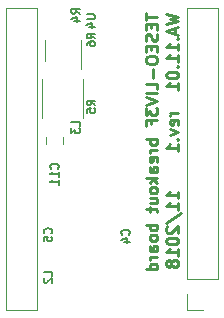
<source format=gbo>
G04 #@! TF.GenerationSoftware,KiCad,Pcbnew,(5.0.1)-3*
G04 #@! TF.CreationDate,2018-11-05T23:25:50+01:00*
G04 #@! TF.ProjectId,project,70726F6A6563742E6B696361645F7063,rev?*
G04 #@! TF.SameCoordinates,Original*
G04 #@! TF.FileFunction,Legend,Bot*
G04 #@! TF.FilePolarity,Positive*
%FSLAX46Y46*%
G04 Gerber Fmt 4.6, Leading zero omitted, Abs format (unit mm)*
G04 Created by KiCad (PCBNEW (5.0.1)-3) date 11/05/18 23:25:50*
%MOMM*%
%LPD*%
G01*
G04 APERTURE LIST*
%ADD10C,0.250000*%
%ADD11C,0.120000*%
%ADD12C,0.150000*%
G04 APERTURE END LIST*
D10*
X135686580Y-61370138D02*
X135686580Y-61941566D01*
X136686580Y-61655852D02*
X135686580Y-61655852D01*
X136162771Y-62274900D02*
X136162771Y-62608233D01*
X136686580Y-62751090D02*
X136686580Y-62274900D01*
X135686580Y-62274900D01*
X135686580Y-62751090D01*
X136638961Y-63132042D02*
X136686580Y-63274900D01*
X136686580Y-63512995D01*
X136638961Y-63608233D01*
X136591342Y-63655852D01*
X136496104Y-63703471D01*
X136400866Y-63703471D01*
X136305628Y-63655852D01*
X136258009Y-63608233D01*
X136210390Y-63512995D01*
X136162771Y-63322519D01*
X136115152Y-63227280D01*
X136067533Y-63179661D01*
X135972295Y-63132042D01*
X135877057Y-63132042D01*
X135781819Y-63179661D01*
X135734200Y-63227280D01*
X135686580Y-63322519D01*
X135686580Y-63560614D01*
X135734200Y-63703471D01*
X136162771Y-64132042D02*
X136162771Y-64465376D01*
X136686580Y-64608233D02*
X136686580Y-64132042D01*
X135686580Y-64132042D01*
X135686580Y-64608233D01*
X135686580Y-65227280D02*
X135686580Y-65417757D01*
X135734200Y-65512995D01*
X135829438Y-65608233D01*
X136019914Y-65655852D01*
X136353247Y-65655852D01*
X136543723Y-65608233D01*
X136638961Y-65512995D01*
X136686580Y-65417757D01*
X136686580Y-65227280D01*
X136638961Y-65132042D01*
X136543723Y-65036804D01*
X136353247Y-64989185D01*
X136019914Y-64989185D01*
X135829438Y-65036804D01*
X135734200Y-65132042D01*
X135686580Y-65227280D01*
X136305628Y-66084423D02*
X136305628Y-66846328D01*
X136686580Y-67798709D02*
X136686580Y-67322519D01*
X135686580Y-67322519D01*
X136686580Y-68132042D02*
X135686580Y-68132042D01*
X135686580Y-68465376D02*
X136686580Y-68798709D01*
X135686580Y-69132042D01*
X135686580Y-69370138D02*
X135686580Y-69989185D01*
X136067533Y-69655852D01*
X136067533Y-69798709D01*
X136115152Y-69893947D01*
X136162771Y-69941566D01*
X136258009Y-69989185D01*
X136496104Y-69989185D01*
X136591342Y-69941566D01*
X136638961Y-69893947D01*
X136686580Y-69798709D01*
X136686580Y-69512995D01*
X136638961Y-69417757D01*
X136591342Y-69370138D01*
X136162771Y-70751090D02*
X136162771Y-70417757D01*
X136686580Y-70417757D02*
X135686580Y-70417757D01*
X135686580Y-70893947D01*
X136686580Y-72036804D02*
X135686580Y-72036804D01*
X136067533Y-72036804D02*
X136019914Y-72132042D01*
X136019914Y-72322519D01*
X136067533Y-72417757D01*
X136115152Y-72465376D01*
X136210390Y-72512995D01*
X136496104Y-72512995D01*
X136591342Y-72465376D01*
X136638961Y-72417757D01*
X136686580Y-72322519D01*
X136686580Y-72132042D01*
X136638961Y-72036804D01*
X136686580Y-72941566D02*
X136019914Y-72941566D01*
X136210390Y-72941566D02*
X136115152Y-72989185D01*
X136067533Y-73036804D01*
X136019914Y-73132042D01*
X136019914Y-73227280D01*
X136638961Y-73941566D02*
X136686580Y-73846328D01*
X136686580Y-73655852D01*
X136638961Y-73560614D01*
X136543723Y-73512995D01*
X136162771Y-73512995D01*
X136067533Y-73560614D01*
X136019914Y-73655852D01*
X136019914Y-73846328D01*
X136067533Y-73941566D01*
X136162771Y-73989185D01*
X136258009Y-73989185D01*
X136353247Y-73512995D01*
X136686580Y-74846328D02*
X136162771Y-74846328D01*
X136067533Y-74798709D01*
X136019914Y-74703471D01*
X136019914Y-74512995D01*
X136067533Y-74417757D01*
X136638961Y-74846328D02*
X136686580Y-74751090D01*
X136686580Y-74512995D01*
X136638961Y-74417757D01*
X136543723Y-74370138D01*
X136448485Y-74370138D01*
X136353247Y-74417757D01*
X136305628Y-74512995D01*
X136305628Y-74751090D01*
X136258009Y-74846328D01*
X136686580Y-75322519D02*
X135686580Y-75322519D01*
X136305628Y-75417757D02*
X136686580Y-75703471D01*
X136019914Y-75703471D02*
X136400866Y-75322519D01*
X136686580Y-76274899D02*
X136638961Y-76179661D01*
X136591342Y-76132042D01*
X136496104Y-76084423D01*
X136210390Y-76084423D01*
X136115152Y-76132042D01*
X136067533Y-76179661D01*
X136019914Y-76274899D01*
X136019914Y-76417757D01*
X136067533Y-76512995D01*
X136115152Y-76560614D01*
X136210390Y-76608233D01*
X136496104Y-76608233D01*
X136591342Y-76560614D01*
X136638961Y-76512995D01*
X136686580Y-76417757D01*
X136686580Y-76274899D01*
X136019914Y-77465376D02*
X136686580Y-77465376D01*
X136019914Y-77036804D02*
X136543723Y-77036804D01*
X136638961Y-77084423D01*
X136686580Y-77179661D01*
X136686580Y-77322519D01*
X136638961Y-77417757D01*
X136591342Y-77465376D01*
X136019914Y-77798709D02*
X136019914Y-78179661D01*
X135686580Y-77941566D02*
X136543723Y-77941566D01*
X136638961Y-77989185D01*
X136686580Y-78084423D01*
X136686580Y-78179661D01*
X136686580Y-79274899D02*
X135686580Y-79274899D01*
X136067533Y-79274899D02*
X136019914Y-79370138D01*
X136019914Y-79560614D01*
X136067533Y-79655852D01*
X136115152Y-79703471D01*
X136210390Y-79751090D01*
X136496104Y-79751090D01*
X136591342Y-79703471D01*
X136638961Y-79655852D01*
X136686580Y-79560614D01*
X136686580Y-79370138D01*
X136638961Y-79274899D01*
X136686580Y-80322519D02*
X136638961Y-80227280D01*
X136591342Y-80179661D01*
X136496104Y-80132042D01*
X136210390Y-80132042D01*
X136115152Y-80179661D01*
X136067533Y-80227280D01*
X136019914Y-80322519D01*
X136019914Y-80465376D01*
X136067533Y-80560614D01*
X136115152Y-80608233D01*
X136210390Y-80655852D01*
X136496104Y-80655852D01*
X136591342Y-80608233D01*
X136638961Y-80560614D01*
X136686580Y-80465376D01*
X136686580Y-80322519D01*
X136686580Y-81512995D02*
X136162771Y-81512995D01*
X136067533Y-81465376D01*
X136019914Y-81370138D01*
X136019914Y-81179661D01*
X136067533Y-81084423D01*
X136638961Y-81512995D02*
X136686580Y-81417757D01*
X136686580Y-81179661D01*
X136638961Y-81084423D01*
X136543723Y-81036804D01*
X136448485Y-81036804D01*
X136353247Y-81084423D01*
X136305628Y-81179661D01*
X136305628Y-81417757D01*
X136258009Y-81512995D01*
X136686580Y-81989185D02*
X136019914Y-81989185D01*
X136210390Y-81989185D02*
X136115152Y-82036804D01*
X136067533Y-82084423D01*
X136019914Y-82179661D01*
X136019914Y-82274899D01*
X136686580Y-83036804D02*
X135686580Y-83036804D01*
X136638961Y-83036804D02*
X136686580Y-82941566D01*
X136686580Y-82751090D01*
X136638961Y-82655852D01*
X136591342Y-82608233D01*
X136496104Y-82560614D01*
X136210390Y-82560614D01*
X136115152Y-82608233D01*
X136067533Y-82655852D01*
X136019914Y-82751090D01*
X136019914Y-82941566D01*
X136067533Y-83036804D01*
X137436580Y-61417757D02*
X138436580Y-61655852D01*
X137722295Y-61846328D01*
X138436580Y-62036804D01*
X137436580Y-62274900D01*
X138150866Y-62608233D02*
X138150866Y-63084423D01*
X138436580Y-62512995D02*
X137436580Y-62846328D01*
X138436580Y-63179661D01*
X138341342Y-63512995D02*
X138388961Y-63560614D01*
X138436580Y-63512995D01*
X138388961Y-63465376D01*
X138341342Y-63512995D01*
X138436580Y-63512995D01*
X138436580Y-64512995D02*
X138436580Y-63941566D01*
X138436580Y-64227280D02*
X137436580Y-64227280D01*
X137579438Y-64132042D01*
X137674676Y-64036804D01*
X137722295Y-63941566D01*
X138436580Y-65465376D02*
X138436580Y-64893947D01*
X138436580Y-65179661D02*
X137436580Y-65179661D01*
X137579438Y-65084423D01*
X137674676Y-64989185D01*
X137722295Y-64893947D01*
X138341342Y-65893947D02*
X138388961Y-65941566D01*
X138436580Y-65893947D01*
X138388961Y-65846328D01*
X138341342Y-65893947D01*
X138436580Y-65893947D01*
X137436580Y-66560614D02*
X137436580Y-66655852D01*
X137484200Y-66751090D01*
X137531819Y-66798709D01*
X137627057Y-66846328D01*
X137817533Y-66893947D01*
X138055628Y-66893947D01*
X138246104Y-66846328D01*
X138341342Y-66798709D01*
X138388961Y-66751090D01*
X138436580Y-66655852D01*
X138436580Y-66560614D01*
X138388961Y-66465376D01*
X138341342Y-66417757D01*
X138246104Y-66370138D01*
X138055628Y-66322519D01*
X137817533Y-66322519D01*
X137627057Y-66370138D01*
X137531819Y-66417757D01*
X137484200Y-66465376D01*
X137436580Y-66560614D01*
X138436580Y-67846328D02*
X138436580Y-67274900D01*
X138436580Y-67560614D02*
X137436580Y-67560614D01*
X137579438Y-67465376D01*
X137674676Y-67370138D01*
X137722295Y-67274900D01*
X138436580Y-69798709D02*
X137769914Y-69798709D01*
X137960390Y-69798709D02*
X137865152Y-69846328D01*
X137817533Y-69893947D01*
X137769914Y-69989185D01*
X137769914Y-70084423D01*
X138388961Y-70798709D02*
X138436580Y-70703471D01*
X138436580Y-70512995D01*
X138388961Y-70417757D01*
X138293723Y-70370138D01*
X137912771Y-70370138D01*
X137817533Y-70417757D01*
X137769914Y-70512995D01*
X137769914Y-70703471D01*
X137817533Y-70798709D01*
X137912771Y-70846328D01*
X138008009Y-70846328D01*
X138103247Y-70370138D01*
X137769914Y-71179661D02*
X138436580Y-71417757D01*
X137769914Y-71655852D01*
X138341342Y-72036804D02*
X138388961Y-72084423D01*
X138436580Y-72036804D01*
X138388961Y-71989185D01*
X138341342Y-72036804D01*
X138436580Y-72036804D01*
X138436580Y-73036804D02*
X138436580Y-72465376D01*
X138436580Y-72751090D02*
X137436580Y-72751090D01*
X137579438Y-72655852D01*
X137674676Y-72560614D01*
X137722295Y-72465376D01*
X138436580Y-77036804D02*
X138436580Y-76465376D01*
X138436580Y-76751090D02*
X137436580Y-76751090D01*
X137579438Y-76655852D01*
X137674676Y-76560614D01*
X137722295Y-76465376D01*
X138436580Y-77989185D02*
X138436580Y-77417757D01*
X138436580Y-77703471D02*
X137436580Y-77703471D01*
X137579438Y-77608233D01*
X137674676Y-77512995D01*
X137722295Y-77417757D01*
X137388961Y-79132042D02*
X138674676Y-78274899D01*
X137531819Y-79417757D02*
X137484200Y-79465376D01*
X137436580Y-79560614D01*
X137436580Y-79798709D01*
X137484200Y-79893947D01*
X137531819Y-79941566D01*
X137627057Y-79989185D01*
X137722295Y-79989185D01*
X137865152Y-79941566D01*
X138436580Y-79370138D01*
X138436580Y-79989185D01*
X137436580Y-80608233D02*
X137436580Y-80703471D01*
X137484200Y-80798709D01*
X137531819Y-80846328D01*
X137627057Y-80893947D01*
X137817533Y-80941566D01*
X138055628Y-80941566D01*
X138246104Y-80893947D01*
X138341342Y-80846328D01*
X138388961Y-80798709D01*
X138436580Y-80703471D01*
X138436580Y-80608233D01*
X138388961Y-80512995D01*
X138341342Y-80465376D01*
X138246104Y-80417757D01*
X138055628Y-80370138D01*
X137817533Y-80370138D01*
X137627057Y-80417757D01*
X137531819Y-80465376D01*
X137484200Y-80512995D01*
X137436580Y-80608233D01*
X138436580Y-81893947D02*
X138436580Y-81322519D01*
X138436580Y-81608233D02*
X137436580Y-81608233D01*
X137579438Y-81512995D01*
X137674676Y-81417757D01*
X137722295Y-81322519D01*
X137865152Y-82465376D02*
X137817533Y-82370138D01*
X137769914Y-82322519D01*
X137674676Y-82274899D01*
X137627057Y-82274899D01*
X137531819Y-82322519D01*
X137484200Y-82370138D01*
X137436580Y-82465376D01*
X137436580Y-82655852D01*
X137484200Y-82751090D01*
X137531819Y-82798709D01*
X137627057Y-82846328D01*
X137674676Y-82846328D01*
X137769914Y-82798709D01*
X137817533Y-82751090D01*
X137865152Y-82655852D01*
X137865152Y-82465376D01*
X137912771Y-82370138D01*
X137960390Y-82322519D01*
X138055628Y-82274899D01*
X138246104Y-82274899D01*
X138341342Y-82322519D01*
X138388961Y-82370138D01*
X138436580Y-82465376D01*
X138436580Y-82655852D01*
X138388961Y-82751090D01*
X138341342Y-82798709D01*
X138246104Y-82846328D01*
X138055628Y-82846328D01*
X137960390Y-82798709D01*
X137912771Y-82751090D01*
X137865152Y-82655852D01*
D11*
G04 #@! TO.C,U4*
X127131640Y-65385840D02*
X127131640Y-63625840D01*
X130201640Y-63625840D02*
X130201640Y-66055840D01*
G04 #@! TO.C,J2*
X139179900Y-86470000D02*
X140509900Y-86470000D01*
X139179900Y-85140000D02*
X139179900Y-86470000D01*
X139179900Y-83870000D02*
X141839900Y-83870000D01*
X141839900Y-83870000D02*
X141839900Y-60950000D01*
X139179900Y-83870000D02*
X139179900Y-60950000D01*
X139179900Y-60950000D02*
X141839900Y-60950000D01*
G04 #@! TO.C,J3*
X123866600Y-86470000D02*
X126526600Y-86470000D01*
X126526600Y-86470000D02*
X126526600Y-60950000D01*
X123866600Y-86470000D02*
X123866600Y-60950000D01*
X123866600Y-60950000D02*
X126526600Y-60950000D01*
G04 #@! TO.C,L3*
X126951740Y-66919840D02*
X126951740Y-70219840D01*
X130370580Y-66919840D02*
X130370580Y-70219840D01*
G04 #@! TO.C,C11*
X127265360Y-71882502D02*
X127265360Y-72399658D01*
X128685360Y-71882502D02*
X128685360Y-72399658D01*
G04 #@! TO.C,R4*
D12*
X130105586Y-61417373D02*
X129772253Y-61184040D01*
X130105586Y-61017373D02*
X129405586Y-61017373D01*
X129405586Y-61284040D01*
X129438920Y-61350706D01*
X129472253Y-61384040D01*
X129538920Y-61417373D01*
X129638920Y-61417373D01*
X129705586Y-61384040D01*
X129738920Y-61350706D01*
X129772253Y-61284040D01*
X129772253Y-61017373D01*
X129638920Y-62017373D02*
X130105586Y-62017373D01*
X129372253Y-61850706D02*
X129872253Y-61684040D01*
X129872253Y-62117373D01*
G04 #@! TO.C,C4*
X134273100Y-80121933D02*
X134306433Y-80088600D01*
X134339766Y-79988600D01*
X134339766Y-79921933D01*
X134306433Y-79821933D01*
X134239766Y-79755266D01*
X134173100Y-79721933D01*
X134039766Y-79688600D01*
X133939766Y-79688600D01*
X133806433Y-79721933D01*
X133739766Y-79755266D01*
X133673100Y-79821933D01*
X133639766Y-79921933D01*
X133639766Y-79988600D01*
X133673100Y-80088600D01*
X133706433Y-80121933D01*
X133873100Y-80721933D02*
X134339766Y-80721933D01*
X133606433Y-80555266D02*
X134106433Y-80388600D01*
X134106433Y-80821933D01*
G04 #@! TO.C,C5*
X127681800Y-80007633D02*
X127715133Y-79974300D01*
X127748466Y-79874300D01*
X127748466Y-79807633D01*
X127715133Y-79707633D01*
X127648466Y-79640966D01*
X127581800Y-79607633D01*
X127448466Y-79574300D01*
X127348466Y-79574300D01*
X127215133Y-79607633D01*
X127148466Y-79640966D01*
X127081800Y-79707633D01*
X127048466Y-79807633D01*
X127048466Y-79874300D01*
X127081800Y-79974300D01*
X127115133Y-80007633D01*
X127048466Y-80640966D02*
X127048466Y-80307633D01*
X127381800Y-80274300D01*
X127348466Y-80307633D01*
X127315133Y-80374300D01*
X127315133Y-80540966D01*
X127348466Y-80607633D01*
X127381800Y-80640966D01*
X127448466Y-80674300D01*
X127615133Y-80674300D01*
X127681800Y-80640966D01*
X127715133Y-80607633D01*
X127748466Y-80540966D01*
X127748466Y-80374300D01*
X127715133Y-80307633D01*
X127681800Y-80274300D01*
G04 #@! TO.C,L2*
X127748466Y-83577933D02*
X127748466Y-83244600D01*
X127048466Y-83244600D01*
X127115133Y-83777933D02*
X127081800Y-83811266D01*
X127048466Y-83877933D01*
X127048466Y-84044600D01*
X127081800Y-84111266D01*
X127115133Y-84144600D01*
X127181800Y-84177933D01*
X127248466Y-84177933D01*
X127348466Y-84144600D01*
X127748466Y-83744600D01*
X127748466Y-84177933D01*
G04 #@! TO.C,U4*
X130695906Y-61462986D02*
X131262573Y-61462986D01*
X131329240Y-61496320D01*
X131362573Y-61529653D01*
X131395906Y-61596320D01*
X131395906Y-61729653D01*
X131362573Y-61796320D01*
X131329240Y-61829653D01*
X131262573Y-61862986D01*
X130695906Y-61862986D01*
X130929240Y-62496320D02*
X131395906Y-62496320D01*
X130662573Y-62329653D02*
X131162573Y-62162986D01*
X131162573Y-62596320D01*
G04 #@! TO.C,R5*
X131400986Y-69159293D02*
X131067653Y-68925960D01*
X131400986Y-68759293D02*
X130700986Y-68759293D01*
X130700986Y-69025960D01*
X130734320Y-69092626D01*
X130767653Y-69125960D01*
X130834320Y-69159293D01*
X130934320Y-69159293D01*
X131000986Y-69125960D01*
X131034320Y-69092626D01*
X131067653Y-69025960D01*
X131067653Y-68759293D01*
X130700986Y-69792626D02*
X130700986Y-69459293D01*
X131034320Y-69425960D01*
X131000986Y-69459293D01*
X130967653Y-69525960D01*
X130967653Y-69692626D01*
X131000986Y-69759293D01*
X131034320Y-69792626D01*
X131100986Y-69825960D01*
X131267653Y-69825960D01*
X131334320Y-69792626D01*
X131367653Y-69759293D01*
X131400986Y-69692626D01*
X131400986Y-69525960D01*
X131367653Y-69459293D01*
X131334320Y-69425960D01*
G04 #@! TO.C,R6*
X131395906Y-63490013D02*
X131062573Y-63256680D01*
X131395906Y-63090013D02*
X130695906Y-63090013D01*
X130695906Y-63356680D01*
X130729240Y-63423346D01*
X130762573Y-63456680D01*
X130829240Y-63490013D01*
X130929240Y-63490013D01*
X130995906Y-63456680D01*
X131029240Y-63423346D01*
X131062573Y-63356680D01*
X131062573Y-63090013D01*
X130695906Y-64090013D02*
X130695906Y-63956680D01*
X130729240Y-63890013D01*
X130762573Y-63856680D01*
X130862573Y-63790013D01*
X130995906Y-63756680D01*
X131262573Y-63756680D01*
X131329240Y-63790013D01*
X131362573Y-63823346D01*
X131395906Y-63890013D01*
X131395906Y-64023346D01*
X131362573Y-64090013D01*
X131329240Y-64123346D01*
X131262573Y-64156680D01*
X131095906Y-64156680D01*
X131029240Y-64123346D01*
X130995906Y-64090013D01*
X130962573Y-64023346D01*
X130962573Y-63890013D01*
X130995906Y-63823346D01*
X131029240Y-63790013D01*
X131095906Y-63756680D01*
G04 #@! TO.C,L3*
X130105586Y-70916973D02*
X130105586Y-70583640D01*
X129405586Y-70583640D01*
X129405586Y-71083640D02*
X129405586Y-71516973D01*
X129672253Y-71283640D01*
X129672253Y-71383640D01*
X129705586Y-71450306D01*
X129738920Y-71483640D01*
X129805586Y-71516973D01*
X129972253Y-71516973D01*
X130038920Y-71483640D01*
X130072253Y-71450306D01*
X130105586Y-71383640D01*
X130105586Y-71183640D01*
X130072253Y-71116973D01*
X130038920Y-71083640D01*
G04 #@! TO.C,C11*
X128240600Y-74535880D02*
X128273933Y-74502546D01*
X128307266Y-74402546D01*
X128307266Y-74335880D01*
X128273933Y-74235880D01*
X128207266Y-74169213D01*
X128140600Y-74135880D01*
X128007266Y-74102546D01*
X127907266Y-74102546D01*
X127773933Y-74135880D01*
X127707266Y-74169213D01*
X127640600Y-74235880D01*
X127607266Y-74335880D01*
X127607266Y-74402546D01*
X127640600Y-74502546D01*
X127673933Y-74535880D01*
X128307266Y-75202546D02*
X128307266Y-74802546D01*
X128307266Y-75002546D02*
X127607266Y-75002546D01*
X127707266Y-74935880D01*
X127773933Y-74869213D01*
X127807266Y-74802546D01*
X128307266Y-75869213D02*
X128307266Y-75469213D01*
X128307266Y-75669213D02*
X127607266Y-75669213D01*
X127707266Y-75602546D01*
X127773933Y-75535880D01*
X127807266Y-75469213D01*
G04 #@! TD*
M02*

</source>
